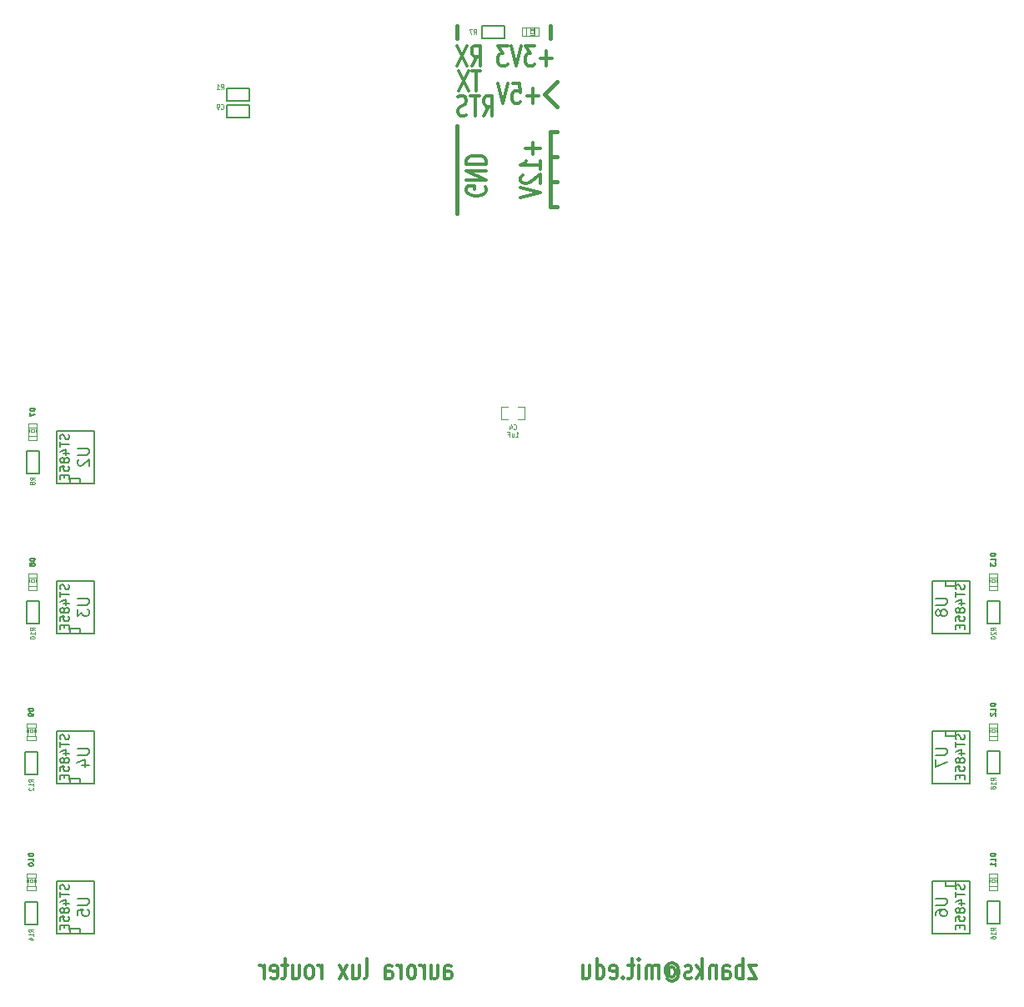
<source format=gbo>
G04 (created by PCBNEW (2013-mar-13)-testing) date Mon 20 Jan 2014 04:57:44 AM EST*
%MOIN*%
G04 Gerber Fmt 3.4, Leading zero omitted, Abs format*
%FSLAX34Y34*%
G01*
G70*
G90*
G04 APERTURE LIST*
%ADD10C,0.005906*%
%ADD11C,0.012000*%
%ADD12C,0.015000*%
%ADD13C,0.005000*%
%ADD14C,0.002600*%
%ADD15C,0.004000*%
%ADD16C,0.004700*%
%ADD17C,0.006000*%
%ADD18C,0.004500*%
G04 APERTURE END LIST*
G54D10*
G54D11*
X79749Y-48328D02*
X79435Y-48328D01*
X79749Y-48861D01*
X79435Y-48861D01*
X79207Y-48861D02*
X79207Y-48061D01*
X79207Y-48366D02*
X79149Y-48328D01*
X79035Y-48328D01*
X78978Y-48366D01*
X78949Y-48404D01*
X78921Y-48480D01*
X78921Y-48709D01*
X78949Y-48785D01*
X78978Y-48823D01*
X79035Y-48861D01*
X79149Y-48861D01*
X79207Y-48823D01*
X78407Y-48861D02*
X78407Y-48442D01*
X78435Y-48366D01*
X78492Y-48328D01*
X78607Y-48328D01*
X78664Y-48366D01*
X78407Y-48823D02*
X78464Y-48861D01*
X78607Y-48861D01*
X78664Y-48823D01*
X78692Y-48747D01*
X78692Y-48671D01*
X78664Y-48595D01*
X78607Y-48557D01*
X78464Y-48557D01*
X78407Y-48519D01*
X78121Y-48328D02*
X78121Y-48861D01*
X78121Y-48404D02*
X78092Y-48366D01*
X78035Y-48328D01*
X77949Y-48328D01*
X77892Y-48366D01*
X77864Y-48442D01*
X77864Y-48861D01*
X77578Y-48861D02*
X77578Y-48061D01*
X77521Y-48557D02*
X77349Y-48861D01*
X77349Y-48328D02*
X77578Y-48633D01*
X77121Y-48823D02*
X77064Y-48861D01*
X76950Y-48861D01*
X76892Y-48823D01*
X76864Y-48747D01*
X76864Y-48709D01*
X76892Y-48633D01*
X76950Y-48595D01*
X77035Y-48595D01*
X77092Y-48557D01*
X77121Y-48480D01*
X77121Y-48442D01*
X77092Y-48366D01*
X77035Y-48328D01*
X76950Y-48328D01*
X76892Y-48366D01*
X76235Y-48480D02*
X76264Y-48442D01*
X76321Y-48404D01*
X76378Y-48404D01*
X76435Y-48442D01*
X76464Y-48480D01*
X76492Y-48557D01*
X76492Y-48633D01*
X76464Y-48709D01*
X76435Y-48747D01*
X76378Y-48785D01*
X76321Y-48785D01*
X76264Y-48747D01*
X76235Y-48709D01*
X76235Y-48404D02*
X76235Y-48709D01*
X76207Y-48747D01*
X76178Y-48747D01*
X76121Y-48709D01*
X76092Y-48633D01*
X76092Y-48442D01*
X76150Y-48328D01*
X76235Y-48252D01*
X76350Y-48214D01*
X76464Y-48252D01*
X76550Y-48328D01*
X76607Y-48442D01*
X76635Y-48595D01*
X76607Y-48747D01*
X76550Y-48861D01*
X76464Y-48938D01*
X76350Y-48976D01*
X76235Y-48938D01*
X76150Y-48861D01*
X75835Y-48861D02*
X75835Y-48328D01*
X75835Y-48404D02*
X75807Y-48366D01*
X75750Y-48328D01*
X75664Y-48328D01*
X75607Y-48366D01*
X75578Y-48442D01*
X75578Y-48861D01*
X75578Y-48442D02*
X75550Y-48366D01*
X75492Y-48328D01*
X75407Y-48328D01*
X75350Y-48366D01*
X75321Y-48442D01*
X75321Y-48861D01*
X75035Y-48861D02*
X75035Y-48328D01*
X75035Y-48061D02*
X75064Y-48100D01*
X75035Y-48138D01*
X75007Y-48100D01*
X75035Y-48061D01*
X75035Y-48138D01*
X74835Y-48328D02*
X74607Y-48328D01*
X74750Y-48061D02*
X74750Y-48747D01*
X74721Y-48823D01*
X74664Y-48861D01*
X74607Y-48861D01*
X74407Y-48785D02*
X74378Y-48823D01*
X74407Y-48861D01*
X74435Y-48823D01*
X74407Y-48785D01*
X74407Y-48861D01*
X73892Y-48823D02*
X73950Y-48861D01*
X74064Y-48861D01*
X74121Y-48823D01*
X74150Y-48747D01*
X74150Y-48442D01*
X74121Y-48366D01*
X74064Y-48328D01*
X73950Y-48328D01*
X73892Y-48366D01*
X73864Y-48442D01*
X73864Y-48519D01*
X74150Y-48595D01*
X73350Y-48861D02*
X73350Y-48061D01*
X73350Y-48823D02*
X73407Y-48861D01*
X73521Y-48861D01*
X73578Y-48823D01*
X73607Y-48785D01*
X73635Y-48709D01*
X73635Y-48480D01*
X73607Y-48404D01*
X73578Y-48366D01*
X73521Y-48328D01*
X73407Y-48328D01*
X73350Y-48366D01*
X72807Y-48328D02*
X72807Y-48861D01*
X73064Y-48328D02*
X73064Y-48747D01*
X73035Y-48823D01*
X72978Y-48861D01*
X72892Y-48861D01*
X72835Y-48823D01*
X72807Y-48785D01*
X67278Y-48861D02*
X67278Y-48442D01*
X67307Y-48366D01*
X67364Y-48328D01*
X67478Y-48328D01*
X67535Y-48366D01*
X67278Y-48823D02*
X67335Y-48861D01*
X67478Y-48861D01*
X67535Y-48823D01*
X67564Y-48747D01*
X67564Y-48671D01*
X67535Y-48595D01*
X67478Y-48557D01*
X67335Y-48557D01*
X67278Y-48519D01*
X66735Y-48328D02*
X66735Y-48861D01*
X66992Y-48328D02*
X66992Y-48747D01*
X66964Y-48823D01*
X66907Y-48861D01*
X66821Y-48861D01*
X66764Y-48823D01*
X66735Y-48785D01*
X66450Y-48861D02*
X66450Y-48328D01*
X66450Y-48480D02*
X66421Y-48404D01*
X66392Y-48366D01*
X66335Y-48328D01*
X66278Y-48328D01*
X65992Y-48861D02*
X66050Y-48823D01*
X66078Y-48785D01*
X66107Y-48709D01*
X66107Y-48480D01*
X66078Y-48404D01*
X66050Y-48366D01*
X65992Y-48328D01*
X65907Y-48328D01*
X65850Y-48366D01*
X65821Y-48404D01*
X65792Y-48480D01*
X65792Y-48709D01*
X65821Y-48785D01*
X65850Y-48823D01*
X65907Y-48861D01*
X65992Y-48861D01*
X65535Y-48861D02*
X65535Y-48328D01*
X65535Y-48480D02*
X65507Y-48404D01*
X65478Y-48366D01*
X65421Y-48328D01*
X65364Y-48328D01*
X64907Y-48861D02*
X64907Y-48442D01*
X64935Y-48366D01*
X64992Y-48328D01*
X65107Y-48328D01*
X65164Y-48366D01*
X64907Y-48823D02*
X64964Y-48861D01*
X65107Y-48861D01*
X65164Y-48823D01*
X65192Y-48747D01*
X65192Y-48671D01*
X65164Y-48595D01*
X65107Y-48557D01*
X64964Y-48557D01*
X64907Y-48519D01*
X64078Y-48861D02*
X64135Y-48823D01*
X64164Y-48747D01*
X64164Y-48061D01*
X63592Y-48328D02*
X63592Y-48861D01*
X63850Y-48328D02*
X63850Y-48747D01*
X63821Y-48823D01*
X63764Y-48861D01*
X63678Y-48861D01*
X63621Y-48823D01*
X63592Y-48785D01*
X63364Y-48861D02*
X63050Y-48328D01*
X63364Y-48328D02*
X63050Y-48861D01*
X62364Y-48861D02*
X62364Y-48328D01*
X62364Y-48480D02*
X62335Y-48404D01*
X62307Y-48366D01*
X62250Y-48328D01*
X62192Y-48328D01*
X61907Y-48861D02*
X61964Y-48823D01*
X61992Y-48785D01*
X62021Y-48709D01*
X62021Y-48480D01*
X61992Y-48404D01*
X61964Y-48366D01*
X61907Y-48328D01*
X61821Y-48328D01*
X61764Y-48366D01*
X61735Y-48404D01*
X61707Y-48480D01*
X61707Y-48709D01*
X61735Y-48785D01*
X61764Y-48823D01*
X61821Y-48861D01*
X61907Y-48861D01*
X61192Y-48328D02*
X61192Y-48861D01*
X61450Y-48328D02*
X61450Y-48747D01*
X61421Y-48823D01*
X61364Y-48861D01*
X61278Y-48861D01*
X61221Y-48823D01*
X61192Y-48785D01*
X60992Y-48328D02*
X60764Y-48328D01*
X60907Y-48061D02*
X60907Y-48747D01*
X60878Y-48823D01*
X60821Y-48861D01*
X60764Y-48861D01*
X60335Y-48823D02*
X60392Y-48861D01*
X60507Y-48861D01*
X60564Y-48823D01*
X60592Y-48747D01*
X60592Y-48442D01*
X60564Y-48366D01*
X60507Y-48328D01*
X60392Y-48328D01*
X60335Y-48366D01*
X60307Y-48442D01*
X60307Y-48519D01*
X60592Y-48595D01*
X60050Y-48861D02*
X60050Y-48328D01*
X60050Y-48480D02*
X60021Y-48404D01*
X59992Y-48366D01*
X59935Y-48328D01*
X59878Y-48328D01*
X68900Y-17207D02*
X68938Y-17264D01*
X68938Y-17349D01*
X68900Y-17435D01*
X68823Y-17492D01*
X68747Y-17521D01*
X68595Y-17549D01*
X68480Y-17549D01*
X68328Y-17521D01*
X68252Y-17492D01*
X68176Y-17435D01*
X68138Y-17349D01*
X68138Y-17292D01*
X68176Y-17207D01*
X68214Y-17178D01*
X68480Y-17178D01*
X68480Y-17292D01*
X68138Y-16921D02*
X68938Y-16921D01*
X68138Y-16578D01*
X68938Y-16578D01*
X68138Y-16292D02*
X68938Y-16292D01*
X68938Y-16150D01*
X68900Y-16064D01*
X68823Y-16007D01*
X68747Y-15978D01*
X68595Y-15950D01*
X68480Y-15950D01*
X68328Y-15978D01*
X68252Y-16007D01*
X68176Y-16064D01*
X68138Y-16150D01*
X68138Y-16292D01*
X68828Y-14361D02*
X69028Y-13980D01*
X69171Y-14361D02*
X69171Y-13561D01*
X68942Y-13561D01*
X68885Y-13600D01*
X68857Y-13638D01*
X68828Y-13714D01*
X68828Y-13828D01*
X68857Y-13904D01*
X68885Y-13942D01*
X68942Y-13980D01*
X69171Y-13980D01*
X68657Y-13561D02*
X68314Y-13561D01*
X68485Y-14361D02*
X68485Y-13561D01*
X68142Y-14323D02*
X68057Y-14361D01*
X67914Y-14361D01*
X67857Y-14323D01*
X67828Y-14285D01*
X67800Y-14209D01*
X67800Y-14133D01*
X67828Y-14057D01*
X67857Y-14019D01*
X67914Y-13980D01*
X68028Y-13942D01*
X68085Y-13904D01*
X68114Y-13866D01*
X68142Y-13790D01*
X68142Y-13714D01*
X68114Y-13638D01*
X68085Y-13600D01*
X68028Y-13561D01*
X67885Y-13561D01*
X67800Y-13600D01*
X68707Y-12561D02*
X68364Y-12561D01*
X68535Y-13361D02*
X68535Y-12561D01*
X68221Y-12561D02*
X67821Y-13361D01*
X67821Y-12561D02*
X68221Y-13361D01*
X68350Y-12361D02*
X68550Y-11980D01*
X68692Y-12361D02*
X68692Y-11561D01*
X68464Y-11561D01*
X68407Y-11600D01*
X68378Y-11638D01*
X68350Y-11714D01*
X68350Y-11828D01*
X68378Y-11904D01*
X68407Y-11942D01*
X68464Y-11980D01*
X68692Y-11980D01*
X68150Y-11561D02*
X67750Y-12361D01*
X67750Y-11561D02*
X68150Y-12361D01*
X71557Y-12057D02*
X71100Y-12057D01*
X71328Y-12361D02*
X71328Y-11752D01*
X70871Y-11561D02*
X70500Y-11561D01*
X70700Y-11866D01*
X70614Y-11866D01*
X70557Y-11904D01*
X70528Y-11942D01*
X70500Y-12019D01*
X70500Y-12209D01*
X70528Y-12285D01*
X70557Y-12323D01*
X70614Y-12361D01*
X70785Y-12361D01*
X70842Y-12323D01*
X70871Y-12285D01*
X70328Y-11561D02*
X70128Y-12361D01*
X69928Y-11561D01*
X69785Y-11561D02*
X69414Y-11561D01*
X69614Y-11866D01*
X69528Y-11866D01*
X69471Y-11904D01*
X69442Y-11942D01*
X69414Y-12019D01*
X69414Y-12209D01*
X69442Y-12285D01*
X69471Y-12323D01*
X69528Y-12361D01*
X69699Y-12361D01*
X69757Y-12323D01*
X69785Y-12285D01*
X71021Y-13557D02*
X70564Y-13557D01*
X70792Y-13861D02*
X70792Y-13252D01*
X69992Y-13061D02*
X70278Y-13061D01*
X70307Y-13442D01*
X70278Y-13404D01*
X70221Y-13366D01*
X70078Y-13366D01*
X70021Y-13404D01*
X69992Y-13442D01*
X69964Y-13519D01*
X69964Y-13709D01*
X69992Y-13785D01*
X70021Y-13823D01*
X70078Y-13861D01*
X70221Y-13861D01*
X70278Y-13823D01*
X70307Y-13785D01*
X69792Y-13061D02*
X69592Y-13861D01*
X69392Y-13061D01*
G54D12*
X71250Y-13500D02*
X71750Y-14000D01*
X71750Y-13000D02*
X71250Y-13500D01*
G54D11*
X70807Y-15442D02*
X70807Y-15900D01*
X71111Y-15671D02*
X70502Y-15671D01*
X71111Y-16500D02*
X71111Y-16157D01*
X71111Y-16328D02*
X70311Y-16328D01*
X70426Y-16271D01*
X70502Y-16214D01*
X70540Y-16157D01*
X70388Y-16728D02*
X70350Y-16757D01*
X70311Y-16814D01*
X70311Y-16957D01*
X70350Y-17014D01*
X70388Y-17042D01*
X70464Y-17071D01*
X70540Y-17071D01*
X70654Y-17042D01*
X71111Y-16700D01*
X71111Y-17071D01*
X70311Y-17242D02*
X71111Y-17442D01*
X70311Y-17642D01*
G54D12*
X71500Y-16000D02*
X71500Y-15000D01*
X71500Y-17000D02*
X71500Y-16000D01*
X71500Y-18000D02*
X71500Y-17000D01*
X71500Y-18000D02*
X71750Y-18000D01*
X71500Y-17000D02*
X71750Y-17000D01*
X71500Y-16000D02*
X71750Y-16000D01*
X71750Y-15000D02*
X71500Y-15000D01*
X67750Y-10750D02*
X67750Y-11250D01*
X71500Y-10750D02*
X71500Y-11250D01*
X67750Y-14750D02*
X67750Y-18250D01*
G54D13*
X88200Y-32950D02*
X88250Y-32950D01*
X88250Y-32950D02*
X88250Y-35050D01*
X86750Y-35050D02*
X86750Y-32950D01*
X86750Y-32950D02*
X88200Y-32950D01*
X87300Y-32950D02*
X87300Y-33150D01*
X87300Y-33150D02*
X87700Y-33150D01*
X87700Y-33150D02*
X87700Y-32950D01*
X86750Y-35050D02*
X88250Y-35050D01*
X88200Y-38950D02*
X88250Y-38950D01*
X88250Y-38950D02*
X88250Y-41050D01*
X86750Y-41050D02*
X86750Y-38950D01*
X86750Y-38950D02*
X88200Y-38950D01*
X87300Y-38950D02*
X87300Y-39150D01*
X87300Y-39150D02*
X87700Y-39150D01*
X87700Y-39150D02*
X87700Y-38950D01*
X86750Y-41050D02*
X88250Y-41050D01*
X88200Y-44950D02*
X88250Y-44950D01*
X88250Y-44950D02*
X88250Y-47050D01*
X86750Y-47050D02*
X86750Y-44950D01*
X86750Y-44950D02*
X88200Y-44950D01*
X87300Y-44950D02*
X87300Y-45150D01*
X87300Y-45150D02*
X87700Y-45150D01*
X87700Y-45150D02*
X87700Y-44950D01*
X86750Y-47050D02*
X88250Y-47050D01*
X51800Y-47050D02*
X51750Y-47050D01*
X51750Y-47050D02*
X51750Y-44950D01*
X53250Y-44950D02*
X53250Y-47050D01*
X53250Y-47050D02*
X51800Y-47050D01*
X52700Y-47050D02*
X52700Y-46850D01*
X52700Y-46850D02*
X52300Y-46850D01*
X52300Y-46850D02*
X52300Y-47050D01*
X53250Y-44950D02*
X51750Y-44950D01*
X51800Y-41050D02*
X51750Y-41050D01*
X51750Y-41050D02*
X51750Y-38950D01*
X53250Y-38950D02*
X53250Y-41050D01*
X53250Y-41050D02*
X51800Y-41050D01*
X52700Y-41050D02*
X52700Y-40850D01*
X52700Y-40850D02*
X52300Y-40850D01*
X52300Y-40850D02*
X52300Y-41050D01*
X53250Y-38950D02*
X51750Y-38950D01*
X51800Y-35050D02*
X51750Y-35050D01*
X51750Y-35050D02*
X51750Y-32950D01*
X53250Y-32950D02*
X53250Y-35050D01*
X53250Y-35050D02*
X51800Y-35050D01*
X52700Y-35050D02*
X52700Y-34850D01*
X52700Y-34850D02*
X52300Y-34850D01*
X52300Y-34850D02*
X52300Y-35050D01*
X53250Y-32950D02*
X51750Y-32950D01*
X51800Y-29050D02*
X51750Y-29050D01*
X51750Y-29050D02*
X51750Y-26950D01*
X53250Y-26950D02*
X53250Y-29050D01*
X53250Y-29050D02*
X51800Y-29050D01*
X52700Y-29050D02*
X52700Y-28850D01*
X52700Y-28850D02*
X52300Y-28850D01*
X52300Y-28850D02*
X52300Y-29050D01*
X53250Y-26950D02*
X51750Y-26950D01*
X58550Y-14430D02*
X59450Y-14430D01*
X59450Y-14430D02*
X59450Y-13930D01*
X59450Y-13930D02*
X58550Y-13930D01*
X58550Y-13930D02*
X58550Y-14430D01*
X58550Y-13750D02*
X59450Y-13750D01*
X59450Y-13750D02*
X59450Y-13250D01*
X59450Y-13250D02*
X58550Y-13250D01*
X58550Y-13250D02*
X58550Y-13750D01*
X89450Y-34650D02*
X89450Y-33750D01*
X89450Y-33750D02*
X88950Y-33750D01*
X88950Y-33750D02*
X88950Y-34650D01*
X88950Y-34650D02*
X89450Y-34650D01*
X51050Y-28650D02*
X51050Y-27750D01*
X51050Y-27750D02*
X50550Y-27750D01*
X50550Y-27750D02*
X50550Y-28650D01*
X50550Y-28650D02*
X51050Y-28650D01*
X51050Y-34650D02*
X51050Y-33750D01*
X51050Y-33750D02*
X50550Y-33750D01*
X50550Y-33750D02*
X50550Y-34650D01*
X50550Y-34650D02*
X51050Y-34650D01*
X51000Y-40700D02*
X51000Y-39800D01*
X51000Y-39800D02*
X50500Y-39800D01*
X50500Y-39800D02*
X50500Y-40700D01*
X50500Y-40700D02*
X51000Y-40700D01*
X51000Y-46700D02*
X51000Y-45800D01*
X51000Y-45800D02*
X50500Y-45800D01*
X50500Y-45800D02*
X50500Y-46700D01*
X50500Y-46700D02*
X51000Y-46700D01*
X89450Y-46650D02*
X89450Y-45750D01*
X89450Y-45750D02*
X88950Y-45750D01*
X88950Y-45750D02*
X88950Y-46650D01*
X88950Y-46650D02*
X89450Y-46650D01*
X89450Y-40650D02*
X89450Y-39750D01*
X89450Y-39750D02*
X88950Y-39750D01*
X88950Y-39750D02*
X88950Y-40650D01*
X88950Y-40650D02*
X89450Y-40650D01*
G54D14*
X89377Y-44823D02*
X89023Y-44823D01*
X89023Y-44823D02*
X89023Y-44666D01*
X89377Y-44666D02*
X89023Y-44666D01*
X89377Y-44823D02*
X89377Y-44666D01*
X89377Y-45334D02*
X89023Y-45334D01*
X89023Y-45334D02*
X89023Y-45177D01*
X89377Y-45177D02*
X89023Y-45177D01*
X89377Y-45334D02*
X89377Y-45177D01*
X89377Y-45000D02*
X89318Y-45000D01*
X89318Y-45000D02*
X89318Y-44882D01*
X89377Y-44882D02*
X89318Y-44882D01*
X89377Y-45000D02*
X89377Y-44882D01*
X89082Y-45000D02*
X89023Y-45000D01*
X89023Y-45000D02*
X89023Y-44882D01*
X89082Y-44882D02*
X89023Y-44882D01*
X89082Y-45000D02*
X89082Y-44882D01*
X89259Y-45000D02*
X89141Y-45000D01*
X89141Y-45000D02*
X89141Y-44882D01*
X89259Y-44882D02*
X89141Y-44882D01*
X89259Y-45000D02*
X89259Y-44882D01*
G54D15*
X89357Y-44823D02*
X89357Y-45177D01*
X89043Y-44823D02*
X89043Y-45177D01*
G54D14*
X50977Y-26823D02*
X50623Y-26823D01*
X50623Y-26823D02*
X50623Y-26666D01*
X50977Y-26666D02*
X50623Y-26666D01*
X50977Y-26823D02*
X50977Y-26666D01*
X50977Y-27334D02*
X50623Y-27334D01*
X50623Y-27334D02*
X50623Y-27177D01*
X50977Y-27177D02*
X50623Y-27177D01*
X50977Y-27334D02*
X50977Y-27177D01*
X50977Y-27000D02*
X50918Y-27000D01*
X50918Y-27000D02*
X50918Y-26882D01*
X50977Y-26882D02*
X50918Y-26882D01*
X50977Y-27000D02*
X50977Y-26882D01*
X50682Y-27000D02*
X50623Y-27000D01*
X50623Y-27000D02*
X50623Y-26882D01*
X50682Y-26882D02*
X50623Y-26882D01*
X50682Y-27000D02*
X50682Y-26882D01*
X50859Y-27000D02*
X50741Y-27000D01*
X50741Y-27000D02*
X50741Y-26882D01*
X50859Y-26882D02*
X50741Y-26882D01*
X50859Y-27000D02*
X50859Y-26882D01*
G54D15*
X50957Y-26823D02*
X50957Y-27177D01*
X50643Y-26823D02*
X50643Y-27177D01*
G54D14*
X50977Y-32823D02*
X50623Y-32823D01*
X50623Y-32823D02*
X50623Y-32666D01*
X50977Y-32666D02*
X50623Y-32666D01*
X50977Y-32823D02*
X50977Y-32666D01*
X50977Y-33334D02*
X50623Y-33334D01*
X50623Y-33334D02*
X50623Y-33177D01*
X50977Y-33177D02*
X50623Y-33177D01*
X50977Y-33334D02*
X50977Y-33177D01*
X50977Y-33000D02*
X50918Y-33000D01*
X50918Y-33000D02*
X50918Y-32882D01*
X50977Y-32882D02*
X50918Y-32882D01*
X50977Y-33000D02*
X50977Y-32882D01*
X50682Y-33000D02*
X50623Y-33000D01*
X50623Y-33000D02*
X50623Y-32882D01*
X50682Y-32882D02*
X50623Y-32882D01*
X50682Y-33000D02*
X50682Y-32882D01*
X50859Y-33000D02*
X50741Y-33000D01*
X50741Y-33000D02*
X50741Y-32882D01*
X50859Y-32882D02*
X50741Y-32882D01*
X50859Y-33000D02*
X50859Y-32882D01*
G54D15*
X50957Y-32823D02*
X50957Y-33177D01*
X50643Y-32823D02*
X50643Y-33177D01*
G54D14*
X50927Y-38823D02*
X50573Y-38823D01*
X50573Y-38823D02*
X50573Y-38666D01*
X50927Y-38666D02*
X50573Y-38666D01*
X50927Y-38823D02*
X50927Y-38666D01*
X50927Y-39334D02*
X50573Y-39334D01*
X50573Y-39334D02*
X50573Y-39177D01*
X50927Y-39177D02*
X50573Y-39177D01*
X50927Y-39334D02*
X50927Y-39177D01*
X50927Y-39000D02*
X50868Y-39000D01*
X50868Y-39000D02*
X50868Y-38882D01*
X50927Y-38882D02*
X50868Y-38882D01*
X50927Y-39000D02*
X50927Y-38882D01*
X50632Y-39000D02*
X50573Y-39000D01*
X50573Y-39000D02*
X50573Y-38882D01*
X50632Y-38882D02*
X50573Y-38882D01*
X50632Y-39000D02*
X50632Y-38882D01*
X50809Y-39000D02*
X50691Y-39000D01*
X50691Y-39000D02*
X50691Y-38882D01*
X50809Y-38882D02*
X50691Y-38882D01*
X50809Y-39000D02*
X50809Y-38882D01*
G54D15*
X50907Y-38823D02*
X50907Y-39177D01*
X50593Y-38823D02*
X50593Y-39177D01*
G54D14*
X50927Y-44823D02*
X50573Y-44823D01*
X50573Y-44823D02*
X50573Y-44666D01*
X50927Y-44666D02*
X50573Y-44666D01*
X50927Y-44823D02*
X50927Y-44666D01*
X50927Y-45334D02*
X50573Y-45334D01*
X50573Y-45334D02*
X50573Y-45177D01*
X50927Y-45177D02*
X50573Y-45177D01*
X50927Y-45334D02*
X50927Y-45177D01*
X50927Y-45000D02*
X50868Y-45000D01*
X50868Y-45000D02*
X50868Y-44882D01*
X50927Y-44882D02*
X50868Y-44882D01*
X50927Y-45000D02*
X50927Y-44882D01*
X50632Y-45000D02*
X50573Y-45000D01*
X50573Y-45000D02*
X50573Y-44882D01*
X50632Y-44882D02*
X50573Y-44882D01*
X50632Y-45000D02*
X50632Y-44882D01*
X50809Y-45000D02*
X50691Y-45000D01*
X50691Y-45000D02*
X50691Y-44882D01*
X50809Y-44882D02*
X50691Y-44882D01*
X50809Y-45000D02*
X50809Y-44882D01*
G54D15*
X50907Y-44823D02*
X50907Y-45177D01*
X50593Y-44823D02*
X50593Y-45177D01*
G54D14*
X89377Y-38823D02*
X89023Y-38823D01*
X89023Y-38823D02*
X89023Y-38666D01*
X89377Y-38666D02*
X89023Y-38666D01*
X89377Y-38823D02*
X89377Y-38666D01*
X89377Y-39334D02*
X89023Y-39334D01*
X89023Y-39334D02*
X89023Y-39177D01*
X89377Y-39177D02*
X89023Y-39177D01*
X89377Y-39334D02*
X89377Y-39177D01*
X89377Y-39000D02*
X89318Y-39000D01*
X89318Y-39000D02*
X89318Y-38882D01*
X89377Y-38882D02*
X89318Y-38882D01*
X89377Y-39000D02*
X89377Y-38882D01*
X89082Y-39000D02*
X89023Y-39000D01*
X89023Y-39000D02*
X89023Y-38882D01*
X89082Y-38882D02*
X89023Y-38882D01*
X89082Y-39000D02*
X89082Y-38882D01*
X89259Y-39000D02*
X89141Y-39000D01*
X89141Y-39000D02*
X89141Y-38882D01*
X89259Y-38882D02*
X89141Y-38882D01*
X89259Y-39000D02*
X89259Y-38882D01*
G54D15*
X89357Y-38823D02*
X89357Y-39177D01*
X89043Y-38823D02*
X89043Y-39177D01*
G54D14*
X89377Y-32823D02*
X89023Y-32823D01*
X89023Y-32823D02*
X89023Y-32666D01*
X89377Y-32666D02*
X89023Y-32666D01*
X89377Y-32823D02*
X89377Y-32666D01*
X89377Y-33334D02*
X89023Y-33334D01*
X89023Y-33334D02*
X89023Y-33177D01*
X89377Y-33177D02*
X89023Y-33177D01*
X89377Y-33334D02*
X89377Y-33177D01*
X89377Y-33000D02*
X89318Y-33000D01*
X89318Y-33000D02*
X89318Y-32882D01*
X89377Y-32882D02*
X89318Y-32882D01*
X89377Y-33000D02*
X89377Y-32882D01*
X89082Y-33000D02*
X89023Y-33000D01*
X89023Y-33000D02*
X89023Y-32882D01*
X89082Y-32882D02*
X89023Y-32882D01*
X89082Y-33000D02*
X89082Y-32882D01*
X89259Y-33000D02*
X89141Y-33000D01*
X89141Y-33000D02*
X89141Y-32882D01*
X89259Y-32882D02*
X89141Y-32882D01*
X89259Y-33000D02*
X89259Y-32882D01*
G54D15*
X89357Y-32823D02*
X89357Y-33177D01*
X89043Y-32823D02*
X89043Y-33177D01*
G54D14*
X70877Y-11177D02*
X70877Y-10823D01*
X70877Y-10823D02*
X71034Y-10823D01*
X71034Y-11177D02*
X71034Y-10823D01*
X70877Y-11177D02*
X71034Y-11177D01*
X70366Y-11177D02*
X70366Y-10823D01*
X70366Y-10823D02*
X70523Y-10823D01*
X70523Y-11177D02*
X70523Y-10823D01*
X70366Y-11177D02*
X70523Y-11177D01*
X70700Y-11177D02*
X70700Y-11118D01*
X70700Y-11118D02*
X70818Y-11118D01*
X70818Y-11177D02*
X70818Y-11118D01*
X70700Y-11177D02*
X70818Y-11177D01*
X70700Y-10882D02*
X70700Y-10823D01*
X70700Y-10823D02*
X70818Y-10823D01*
X70818Y-10882D02*
X70818Y-10823D01*
X70700Y-10882D02*
X70818Y-10882D01*
X70700Y-11059D02*
X70700Y-10941D01*
X70700Y-10941D02*
X70818Y-10941D01*
X70818Y-11059D02*
X70818Y-10941D01*
X70700Y-11059D02*
X70818Y-11059D01*
G54D15*
X70877Y-11157D02*
X70523Y-11157D01*
X70877Y-10843D02*
X70523Y-10843D01*
G54D13*
X68750Y-11250D02*
X69650Y-11250D01*
X69650Y-11250D02*
X69650Y-10750D01*
X69650Y-10750D02*
X68750Y-10750D01*
X68750Y-10750D02*
X68750Y-11250D01*
G54D16*
X69803Y-26506D02*
X69528Y-26506D01*
X70197Y-26506D02*
X70472Y-26506D01*
X69803Y-25994D02*
X69528Y-25994D01*
X70472Y-25994D02*
X70197Y-25994D01*
X69528Y-26000D02*
X69528Y-26500D01*
X70472Y-26500D02*
X70472Y-26000D01*
G54D17*
X86903Y-33657D02*
X87267Y-33657D01*
X87310Y-33678D01*
X87332Y-33700D01*
X87353Y-33742D01*
X87353Y-33828D01*
X87332Y-33871D01*
X87310Y-33892D01*
X87267Y-33914D01*
X86903Y-33914D01*
X87096Y-34192D02*
X87075Y-34150D01*
X87053Y-34128D01*
X87010Y-34107D01*
X86989Y-34107D01*
X86946Y-34128D01*
X86925Y-34150D01*
X86903Y-34192D01*
X86903Y-34278D01*
X86925Y-34321D01*
X86946Y-34342D01*
X86989Y-34364D01*
X87010Y-34364D01*
X87053Y-34342D01*
X87075Y-34321D01*
X87096Y-34278D01*
X87096Y-34192D01*
X87117Y-34150D01*
X87139Y-34128D01*
X87182Y-34107D01*
X87267Y-34107D01*
X87310Y-34128D01*
X87332Y-34150D01*
X87353Y-34192D01*
X87353Y-34278D01*
X87332Y-34321D01*
X87310Y-34342D01*
X87267Y-34364D01*
X87182Y-34364D01*
X87139Y-34342D01*
X87117Y-34321D01*
X87096Y-34278D01*
X88041Y-33108D02*
X88058Y-33158D01*
X88058Y-33241D01*
X88041Y-33275D01*
X88025Y-33291D01*
X87991Y-33308D01*
X87958Y-33308D01*
X87925Y-33291D01*
X87908Y-33275D01*
X87891Y-33241D01*
X87875Y-33175D01*
X87858Y-33141D01*
X87841Y-33125D01*
X87808Y-33108D01*
X87775Y-33108D01*
X87741Y-33125D01*
X87725Y-33141D01*
X87708Y-33175D01*
X87708Y-33258D01*
X87725Y-33308D01*
X87708Y-33408D02*
X87708Y-33608D01*
X88058Y-33508D02*
X87708Y-33508D01*
X87825Y-33875D02*
X88058Y-33875D01*
X87691Y-33791D02*
X87941Y-33708D01*
X87941Y-33925D01*
X87858Y-34108D02*
X87841Y-34075D01*
X87825Y-34058D01*
X87791Y-34041D01*
X87775Y-34041D01*
X87741Y-34058D01*
X87725Y-34075D01*
X87708Y-34108D01*
X87708Y-34175D01*
X87725Y-34208D01*
X87741Y-34225D01*
X87775Y-34241D01*
X87791Y-34241D01*
X87825Y-34225D01*
X87841Y-34208D01*
X87858Y-34175D01*
X87858Y-34108D01*
X87875Y-34075D01*
X87891Y-34058D01*
X87925Y-34041D01*
X87991Y-34041D01*
X88025Y-34058D01*
X88041Y-34075D01*
X88058Y-34108D01*
X88058Y-34175D01*
X88041Y-34208D01*
X88025Y-34225D01*
X87991Y-34241D01*
X87925Y-34241D01*
X87891Y-34225D01*
X87875Y-34208D01*
X87858Y-34175D01*
X87708Y-34558D02*
X87708Y-34391D01*
X87875Y-34375D01*
X87858Y-34391D01*
X87841Y-34425D01*
X87841Y-34508D01*
X87858Y-34541D01*
X87875Y-34558D01*
X87908Y-34575D01*
X87991Y-34575D01*
X88025Y-34558D01*
X88041Y-34541D01*
X88058Y-34508D01*
X88058Y-34425D01*
X88041Y-34391D01*
X88025Y-34375D01*
X87875Y-34725D02*
X87875Y-34841D01*
X88058Y-34891D02*
X88058Y-34725D01*
X87708Y-34725D01*
X87708Y-34891D01*
X86903Y-39657D02*
X87267Y-39657D01*
X87310Y-39678D01*
X87332Y-39700D01*
X87353Y-39742D01*
X87353Y-39828D01*
X87332Y-39871D01*
X87310Y-39892D01*
X87267Y-39914D01*
X86903Y-39914D01*
X86903Y-40085D02*
X86903Y-40385D01*
X87353Y-40192D01*
X88041Y-39108D02*
X88058Y-39158D01*
X88058Y-39241D01*
X88041Y-39275D01*
X88025Y-39291D01*
X87991Y-39308D01*
X87958Y-39308D01*
X87925Y-39291D01*
X87908Y-39275D01*
X87891Y-39241D01*
X87875Y-39175D01*
X87858Y-39141D01*
X87841Y-39125D01*
X87808Y-39108D01*
X87775Y-39108D01*
X87741Y-39125D01*
X87725Y-39141D01*
X87708Y-39175D01*
X87708Y-39258D01*
X87725Y-39308D01*
X87708Y-39408D02*
X87708Y-39608D01*
X88058Y-39508D02*
X87708Y-39508D01*
X87825Y-39875D02*
X88058Y-39875D01*
X87691Y-39791D02*
X87941Y-39708D01*
X87941Y-39925D01*
X87858Y-40108D02*
X87841Y-40075D01*
X87825Y-40058D01*
X87791Y-40041D01*
X87775Y-40041D01*
X87741Y-40058D01*
X87725Y-40075D01*
X87708Y-40108D01*
X87708Y-40175D01*
X87725Y-40208D01*
X87741Y-40225D01*
X87775Y-40241D01*
X87791Y-40241D01*
X87825Y-40225D01*
X87841Y-40208D01*
X87858Y-40175D01*
X87858Y-40108D01*
X87875Y-40075D01*
X87891Y-40058D01*
X87925Y-40041D01*
X87991Y-40041D01*
X88025Y-40058D01*
X88041Y-40075D01*
X88058Y-40108D01*
X88058Y-40175D01*
X88041Y-40208D01*
X88025Y-40225D01*
X87991Y-40241D01*
X87925Y-40241D01*
X87891Y-40225D01*
X87875Y-40208D01*
X87858Y-40175D01*
X87708Y-40558D02*
X87708Y-40391D01*
X87875Y-40375D01*
X87858Y-40391D01*
X87841Y-40425D01*
X87841Y-40508D01*
X87858Y-40541D01*
X87875Y-40558D01*
X87908Y-40575D01*
X87991Y-40575D01*
X88025Y-40558D01*
X88041Y-40541D01*
X88058Y-40508D01*
X88058Y-40425D01*
X88041Y-40391D01*
X88025Y-40375D01*
X87875Y-40725D02*
X87875Y-40841D01*
X88058Y-40891D02*
X88058Y-40725D01*
X87708Y-40725D01*
X87708Y-40891D01*
X86903Y-45657D02*
X87267Y-45657D01*
X87310Y-45678D01*
X87332Y-45700D01*
X87353Y-45742D01*
X87353Y-45828D01*
X87332Y-45871D01*
X87310Y-45892D01*
X87267Y-45914D01*
X86903Y-45914D01*
X86903Y-46321D02*
X86903Y-46235D01*
X86925Y-46192D01*
X86946Y-46171D01*
X87010Y-46128D01*
X87096Y-46107D01*
X87267Y-46107D01*
X87310Y-46128D01*
X87332Y-46150D01*
X87353Y-46192D01*
X87353Y-46278D01*
X87332Y-46321D01*
X87310Y-46342D01*
X87267Y-46364D01*
X87160Y-46364D01*
X87117Y-46342D01*
X87096Y-46321D01*
X87075Y-46278D01*
X87075Y-46192D01*
X87096Y-46150D01*
X87117Y-46128D01*
X87160Y-46107D01*
X88041Y-45108D02*
X88058Y-45158D01*
X88058Y-45241D01*
X88041Y-45275D01*
X88025Y-45291D01*
X87991Y-45308D01*
X87958Y-45308D01*
X87925Y-45291D01*
X87908Y-45275D01*
X87891Y-45241D01*
X87875Y-45175D01*
X87858Y-45141D01*
X87841Y-45125D01*
X87808Y-45108D01*
X87775Y-45108D01*
X87741Y-45125D01*
X87725Y-45141D01*
X87708Y-45175D01*
X87708Y-45258D01*
X87725Y-45308D01*
X87708Y-45408D02*
X87708Y-45608D01*
X88058Y-45508D02*
X87708Y-45508D01*
X87825Y-45875D02*
X88058Y-45875D01*
X87691Y-45791D02*
X87941Y-45708D01*
X87941Y-45925D01*
X87858Y-46108D02*
X87841Y-46075D01*
X87825Y-46058D01*
X87791Y-46041D01*
X87775Y-46041D01*
X87741Y-46058D01*
X87725Y-46075D01*
X87708Y-46108D01*
X87708Y-46175D01*
X87725Y-46208D01*
X87741Y-46225D01*
X87775Y-46241D01*
X87791Y-46241D01*
X87825Y-46225D01*
X87841Y-46208D01*
X87858Y-46175D01*
X87858Y-46108D01*
X87875Y-46075D01*
X87891Y-46058D01*
X87925Y-46041D01*
X87991Y-46041D01*
X88025Y-46058D01*
X88041Y-46075D01*
X88058Y-46108D01*
X88058Y-46175D01*
X88041Y-46208D01*
X88025Y-46225D01*
X87991Y-46241D01*
X87925Y-46241D01*
X87891Y-46225D01*
X87875Y-46208D01*
X87858Y-46175D01*
X87708Y-46558D02*
X87708Y-46391D01*
X87875Y-46375D01*
X87858Y-46391D01*
X87841Y-46425D01*
X87841Y-46508D01*
X87858Y-46541D01*
X87875Y-46558D01*
X87908Y-46575D01*
X87991Y-46575D01*
X88025Y-46558D01*
X88041Y-46541D01*
X88058Y-46508D01*
X88058Y-46425D01*
X88041Y-46391D01*
X88025Y-46375D01*
X87875Y-46725D02*
X87875Y-46841D01*
X88058Y-46891D02*
X88058Y-46725D01*
X87708Y-46725D01*
X87708Y-46891D01*
X52603Y-45657D02*
X52967Y-45657D01*
X53010Y-45678D01*
X53032Y-45700D01*
X53053Y-45742D01*
X53053Y-45828D01*
X53032Y-45871D01*
X53010Y-45892D01*
X52967Y-45914D01*
X52603Y-45914D01*
X52603Y-46342D02*
X52603Y-46128D01*
X52817Y-46107D01*
X52796Y-46128D01*
X52775Y-46171D01*
X52775Y-46278D01*
X52796Y-46321D01*
X52817Y-46342D01*
X52860Y-46364D01*
X52967Y-46364D01*
X53010Y-46342D01*
X53032Y-46321D01*
X53053Y-46278D01*
X53053Y-46171D01*
X53032Y-46128D01*
X53010Y-46107D01*
X52241Y-45108D02*
X52258Y-45158D01*
X52258Y-45241D01*
X52241Y-45275D01*
X52225Y-45291D01*
X52191Y-45308D01*
X52158Y-45308D01*
X52125Y-45291D01*
X52108Y-45275D01*
X52091Y-45241D01*
X52075Y-45175D01*
X52058Y-45141D01*
X52041Y-45125D01*
X52008Y-45108D01*
X51975Y-45108D01*
X51941Y-45125D01*
X51925Y-45141D01*
X51908Y-45175D01*
X51908Y-45258D01*
X51925Y-45308D01*
X51908Y-45408D02*
X51908Y-45608D01*
X52258Y-45508D02*
X51908Y-45508D01*
X52025Y-45875D02*
X52258Y-45875D01*
X51891Y-45791D02*
X52141Y-45708D01*
X52141Y-45925D01*
X52058Y-46108D02*
X52041Y-46075D01*
X52025Y-46058D01*
X51991Y-46041D01*
X51975Y-46041D01*
X51941Y-46058D01*
X51925Y-46075D01*
X51908Y-46108D01*
X51908Y-46175D01*
X51925Y-46208D01*
X51941Y-46225D01*
X51975Y-46241D01*
X51991Y-46241D01*
X52025Y-46225D01*
X52041Y-46208D01*
X52058Y-46175D01*
X52058Y-46108D01*
X52075Y-46075D01*
X52091Y-46058D01*
X52125Y-46041D01*
X52191Y-46041D01*
X52225Y-46058D01*
X52241Y-46075D01*
X52258Y-46108D01*
X52258Y-46175D01*
X52241Y-46208D01*
X52225Y-46225D01*
X52191Y-46241D01*
X52125Y-46241D01*
X52091Y-46225D01*
X52075Y-46208D01*
X52058Y-46175D01*
X51908Y-46558D02*
X51908Y-46391D01*
X52075Y-46375D01*
X52058Y-46391D01*
X52041Y-46425D01*
X52041Y-46508D01*
X52058Y-46541D01*
X52075Y-46558D01*
X52108Y-46575D01*
X52191Y-46575D01*
X52225Y-46558D01*
X52241Y-46541D01*
X52258Y-46508D01*
X52258Y-46425D01*
X52241Y-46391D01*
X52225Y-46375D01*
X52075Y-46725D02*
X52075Y-46841D01*
X52258Y-46891D02*
X52258Y-46725D01*
X51908Y-46725D01*
X51908Y-46891D01*
X52603Y-39657D02*
X52967Y-39657D01*
X53010Y-39678D01*
X53032Y-39700D01*
X53053Y-39742D01*
X53053Y-39828D01*
X53032Y-39871D01*
X53010Y-39892D01*
X52967Y-39914D01*
X52603Y-39914D01*
X52753Y-40321D02*
X53053Y-40321D01*
X52582Y-40214D02*
X52903Y-40107D01*
X52903Y-40385D01*
X52241Y-39108D02*
X52258Y-39158D01*
X52258Y-39241D01*
X52241Y-39275D01*
X52225Y-39291D01*
X52191Y-39308D01*
X52158Y-39308D01*
X52125Y-39291D01*
X52108Y-39275D01*
X52091Y-39241D01*
X52075Y-39175D01*
X52058Y-39141D01*
X52041Y-39125D01*
X52008Y-39108D01*
X51975Y-39108D01*
X51941Y-39125D01*
X51925Y-39141D01*
X51908Y-39175D01*
X51908Y-39258D01*
X51925Y-39308D01*
X51908Y-39408D02*
X51908Y-39608D01*
X52258Y-39508D02*
X51908Y-39508D01*
X52025Y-39875D02*
X52258Y-39875D01*
X51891Y-39791D02*
X52141Y-39708D01*
X52141Y-39925D01*
X52058Y-40108D02*
X52041Y-40075D01*
X52025Y-40058D01*
X51991Y-40041D01*
X51975Y-40041D01*
X51941Y-40058D01*
X51925Y-40075D01*
X51908Y-40108D01*
X51908Y-40175D01*
X51925Y-40208D01*
X51941Y-40225D01*
X51975Y-40241D01*
X51991Y-40241D01*
X52025Y-40225D01*
X52041Y-40208D01*
X52058Y-40175D01*
X52058Y-40108D01*
X52075Y-40075D01*
X52091Y-40058D01*
X52125Y-40041D01*
X52191Y-40041D01*
X52225Y-40058D01*
X52241Y-40075D01*
X52258Y-40108D01*
X52258Y-40175D01*
X52241Y-40208D01*
X52225Y-40225D01*
X52191Y-40241D01*
X52125Y-40241D01*
X52091Y-40225D01*
X52075Y-40208D01*
X52058Y-40175D01*
X51908Y-40558D02*
X51908Y-40391D01*
X52075Y-40375D01*
X52058Y-40391D01*
X52041Y-40425D01*
X52041Y-40508D01*
X52058Y-40541D01*
X52075Y-40558D01*
X52108Y-40575D01*
X52191Y-40575D01*
X52225Y-40558D01*
X52241Y-40541D01*
X52258Y-40508D01*
X52258Y-40425D01*
X52241Y-40391D01*
X52225Y-40375D01*
X52075Y-40725D02*
X52075Y-40841D01*
X52258Y-40891D02*
X52258Y-40725D01*
X51908Y-40725D01*
X51908Y-40891D01*
X52603Y-33657D02*
X52967Y-33657D01*
X53010Y-33678D01*
X53032Y-33700D01*
X53053Y-33742D01*
X53053Y-33828D01*
X53032Y-33871D01*
X53010Y-33892D01*
X52967Y-33914D01*
X52603Y-33914D01*
X52603Y-34085D02*
X52603Y-34364D01*
X52775Y-34214D01*
X52775Y-34278D01*
X52796Y-34321D01*
X52817Y-34342D01*
X52860Y-34364D01*
X52967Y-34364D01*
X53010Y-34342D01*
X53032Y-34321D01*
X53053Y-34278D01*
X53053Y-34150D01*
X53032Y-34107D01*
X53010Y-34085D01*
X52241Y-33108D02*
X52258Y-33158D01*
X52258Y-33241D01*
X52241Y-33275D01*
X52225Y-33291D01*
X52191Y-33308D01*
X52158Y-33308D01*
X52125Y-33291D01*
X52108Y-33275D01*
X52091Y-33241D01*
X52075Y-33175D01*
X52058Y-33141D01*
X52041Y-33125D01*
X52008Y-33108D01*
X51975Y-33108D01*
X51941Y-33125D01*
X51925Y-33141D01*
X51908Y-33175D01*
X51908Y-33258D01*
X51925Y-33308D01*
X51908Y-33408D02*
X51908Y-33608D01*
X52258Y-33508D02*
X51908Y-33508D01*
X52025Y-33875D02*
X52258Y-33875D01*
X51891Y-33791D02*
X52141Y-33708D01*
X52141Y-33925D01*
X52058Y-34108D02*
X52041Y-34075D01*
X52025Y-34058D01*
X51991Y-34041D01*
X51975Y-34041D01*
X51941Y-34058D01*
X51925Y-34075D01*
X51908Y-34108D01*
X51908Y-34175D01*
X51925Y-34208D01*
X51941Y-34225D01*
X51975Y-34241D01*
X51991Y-34241D01*
X52025Y-34225D01*
X52041Y-34208D01*
X52058Y-34175D01*
X52058Y-34108D01*
X52075Y-34075D01*
X52091Y-34058D01*
X52125Y-34041D01*
X52191Y-34041D01*
X52225Y-34058D01*
X52241Y-34075D01*
X52258Y-34108D01*
X52258Y-34175D01*
X52241Y-34208D01*
X52225Y-34225D01*
X52191Y-34241D01*
X52125Y-34241D01*
X52091Y-34225D01*
X52075Y-34208D01*
X52058Y-34175D01*
X51908Y-34558D02*
X51908Y-34391D01*
X52075Y-34375D01*
X52058Y-34391D01*
X52041Y-34425D01*
X52041Y-34508D01*
X52058Y-34541D01*
X52075Y-34558D01*
X52108Y-34575D01*
X52191Y-34575D01*
X52225Y-34558D01*
X52241Y-34541D01*
X52258Y-34508D01*
X52258Y-34425D01*
X52241Y-34391D01*
X52225Y-34375D01*
X52075Y-34725D02*
X52075Y-34841D01*
X52258Y-34891D02*
X52258Y-34725D01*
X51908Y-34725D01*
X51908Y-34891D01*
X52603Y-27657D02*
X52967Y-27657D01*
X53010Y-27678D01*
X53032Y-27700D01*
X53053Y-27742D01*
X53053Y-27828D01*
X53032Y-27871D01*
X53010Y-27892D01*
X52967Y-27914D01*
X52603Y-27914D01*
X52646Y-28107D02*
X52625Y-28128D01*
X52603Y-28171D01*
X52603Y-28278D01*
X52625Y-28321D01*
X52646Y-28342D01*
X52689Y-28364D01*
X52732Y-28364D01*
X52796Y-28342D01*
X53053Y-28085D01*
X53053Y-28364D01*
X52241Y-27108D02*
X52258Y-27158D01*
X52258Y-27241D01*
X52241Y-27275D01*
X52225Y-27291D01*
X52191Y-27308D01*
X52158Y-27308D01*
X52125Y-27291D01*
X52108Y-27275D01*
X52091Y-27241D01*
X52075Y-27175D01*
X52058Y-27141D01*
X52041Y-27125D01*
X52008Y-27108D01*
X51975Y-27108D01*
X51941Y-27125D01*
X51925Y-27141D01*
X51908Y-27175D01*
X51908Y-27258D01*
X51925Y-27308D01*
X51908Y-27408D02*
X51908Y-27608D01*
X52258Y-27508D02*
X51908Y-27508D01*
X52025Y-27875D02*
X52258Y-27875D01*
X51891Y-27791D02*
X52141Y-27708D01*
X52141Y-27925D01*
X52058Y-28108D02*
X52041Y-28075D01*
X52025Y-28058D01*
X51991Y-28041D01*
X51975Y-28041D01*
X51941Y-28058D01*
X51925Y-28075D01*
X51908Y-28108D01*
X51908Y-28175D01*
X51925Y-28208D01*
X51941Y-28225D01*
X51975Y-28241D01*
X51991Y-28241D01*
X52025Y-28225D01*
X52041Y-28208D01*
X52058Y-28175D01*
X52058Y-28108D01*
X52075Y-28075D01*
X52091Y-28058D01*
X52125Y-28041D01*
X52191Y-28041D01*
X52225Y-28058D01*
X52241Y-28075D01*
X52258Y-28108D01*
X52258Y-28175D01*
X52241Y-28208D01*
X52225Y-28225D01*
X52191Y-28241D01*
X52125Y-28241D01*
X52091Y-28225D01*
X52075Y-28208D01*
X52058Y-28175D01*
X51908Y-28558D02*
X51908Y-28391D01*
X52075Y-28375D01*
X52058Y-28391D01*
X52041Y-28425D01*
X52041Y-28508D01*
X52058Y-28541D01*
X52075Y-28558D01*
X52108Y-28575D01*
X52191Y-28575D01*
X52225Y-28558D01*
X52241Y-28541D01*
X52258Y-28508D01*
X52258Y-28425D01*
X52241Y-28391D01*
X52225Y-28375D01*
X52075Y-28725D02*
X52075Y-28841D01*
X52258Y-28891D02*
X52258Y-28725D01*
X51908Y-28725D01*
X51908Y-28891D01*
G54D18*
X58330Y-14071D02*
X58338Y-14080D01*
X58364Y-14090D01*
X58381Y-14090D01*
X58407Y-14080D01*
X58424Y-14061D01*
X58432Y-14042D01*
X58441Y-14004D01*
X58441Y-13976D01*
X58432Y-13938D01*
X58424Y-13919D01*
X58407Y-13900D01*
X58381Y-13890D01*
X58364Y-13890D01*
X58338Y-13900D01*
X58330Y-13909D01*
X58244Y-14090D02*
X58210Y-14090D01*
X58192Y-14080D01*
X58184Y-14071D01*
X58167Y-14042D01*
X58158Y-14004D01*
X58158Y-13928D01*
X58167Y-13909D01*
X58175Y-13900D01*
X58192Y-13890D01*
X58227Y-13890D01*
X58244Y-13900D01*
X58252Y-13909D01*
X58261Y-13928D01*
X58261Y-13976D01*
X58252Y-13995D01*
X58244Y-14004D01*
X58227Y-14014D01*
X58192Y-14014D01*
X58175Y-14004D01*
X58167Y-13995D01*
X58158Y-13976D01*
X58330Y-13290D02*
X58390Y-13195D01*
X58432Y-13290D02*
X58432Y-13090D01*
X58364Y-13090D01*
X58347Y-13100D01*
X58338Y-13109D01*
X58330Y-13128D01*
X58330Y-13157D01*
X58338Y-13176D01*
X58347Y-13185D01*
X58364Y-13195D01*
X58432Y-13195D01*
X58158Y-13290D02*
X58261Y-13290D01*
X58210Y-13290D02*
X58210Y-13090D01*
X58227Y-13119D01*
X58244Y-13138D01*
X58261Y-13147D01*
X89290Y-34934D02*
X89195Y-34874D01*
X89290Y-34831D02*
X89090Y-34831D01*
X89090Y-34900D01*
X89100Y-34917D01*
X89109Y-34925D01*
X89128Y-34934D01*
X89157Y-34934D01*
X89176Y-34925D01*
X89185Y-34917D01*
X89195Y-34900D01*
X89195Y-34831D01*
X89109Y-35002D02*
X89100Y-35011D01*
X89090Y-35028D01*
X89090Y-35071D01*
X89100Y-35088D01*
X89109Y-35097D01*
X89128Y-35105D01*
X89147Y-35105D01*
X89176Y-35097D01*
X89290Y-34994D01*
X89290Y-35105D01*
X89090Y-35217D02*
X89090Y-35234D01*
X89100Y-35251D01*
X89109Y-35260D01*
X89128Y-35268D01*
X89166Y-35277D01*
X89214Y-35277D01*
X89252Y-35268D01*
X89271Y-35260D01*
X89280Y-35251D01*
X89290Y-35234D01*
X89290Y-35217D01*
X89280Y-35200D01*
X89271Y-35191D01*
X89252Y-35182D01*
X89214Y-35174D01*
X89166Y-35174D01*
X89128Y-35182D01*
X89109Y-35191D01*
X89100Y-35200D01*
X89090Y-35217D01*
X50890Y-28920D02*
X50795Y-28860D01*
X50890Y-28817D02*
X50690Y-28817D01*
X50690Y-28885D01*
X50700Y-28902D01*
X50709Y-28911D01*
X50728Y-28920D01*
X50757Y-28920D01*
X50776Y-28911D01*
X50785Y-28902D01*
X50795Y-28885D01*
X50795Y-28817D01*
X50776Y-29022D02*
X50766Y-29005D01*
X50757Y-28997D01*
X50738Y-28988D01*
X50728Y-28988D01*
X50709Y-28997D01*
X50700Y-29005D01*
X50690Y-29022D01*
X50690Y-29057D01*
X50700Y-29074D01*
X50709Y-29082D01*
X50728Y-29091D01*
X50738Y-29091D01*
X50757Y-29082D01*
X50766Y-29074D01*
X50776Y-29057D01*
X50776Y-29022D01*
X50785Y-29005D01*
X50795Y-28997D01*
X50814Y-28988D01*
X50852Y-28988D01*
X50871Y-28997D01*
X50880Y-29005D01*
X50890Y-29022D01*
X50890Y-29057D01*
X50880Y-29074D01*
X50871Y-29082D01*
X50852Y-29091D01*
X50814Y-29091D01*
X50795Y-29082D01*
X50785Y-29074D01*
X50776Y-29057D01*
X50890Y-34934D02*
X50795Y-34874D01*
X50890Y-34831D02*
X50690Y-34831D01*
X50690Y-34900D01*
X50700Y-34917D01*
X50709Y-34925D01*
X50728Y-34934D01*
X50757Y-34934D01*
X50776Y-34925D01*
X50785Y-34917D01*
X50795Y-34900D01*
X50795Y-34831D01*
X50890Y-35105D02*
X50890Y-35002D01*
X50890Y-35054D02*
X50690Y-35054D01*
X50719Y-35037D01*
X50738Y-35020D01*
X50747Y-35002D01*
X50690Y-35217D02*
X50690Y-35234D01*
X50700Y-35251D01*
X50709Y-35260D01*
X50728Y-35268D01*
X50766Y-35277D01*
X50814Y-35277D01*
X50852Y-35268D01*
X50871Y-35260D01*
X50880Y-35251D01*
X50890Y-35234D01*
X50890Y-35217D01*
X50880Y-35200D01*
X50871Y-35191D01*
X50852Y-35182D01*
X50814Y-35174D01*
X50766Y-35174D01*
X50728Y-35182D01*
X50709Y-35191D01*
X50700Y-35200D01*
X50690Y-35217D01*
X50840Y-40984D02*
X50745Y-40924D01*
X50840Y-40881D02*
X50640Y-40881D01*
X50640Y-40950D01*
X50650Y-40967D01*
X50659Y-40975D01*
X50678Y-40984D01*
X50707Y-40984D01*
X50726Y-40975D01*
X50735Y-40967D01*
X50745Y-40950D01*
X50745Y-40881D01*
X50840Y-41155D02*
X50840Y-41052D01*
X50840Y-41104D02*
X50640Y-41104D01*
X50669Y-41087D01*
X50688Y-41070D01*
X50697Y-41052D01*
X50659Y-41224D02*
X50650Y-41232D01*
X50640Y-41250D01*
X50640Y-41292D01*
X50650Y-41310D01*
X50659Y-41318D01*
X50678Y-41327D01*
X50697Y-41327D01*
X50726Y-41318D01*
X50840Y-41215D01*
X50840Y-41327D01*
X50840Y-46984D02*
X50745Y-46924D01*
X50840Y-46881D02*
X50640Y-46881D01*
X50640Y-46950D01*
X50650Y-46967D01*
X50659Y-46975D01*
X50678Y-46984D01*
X50707Y-46984D01*
X50726Y-46975D01*
X50735Y-46967D01*
X50745Y-46950D01*
X50745Y-46881D01*
X50840Y-47155D02*
X50840Y-47052D01*
X50840Y-47104D02*
X50640Y-47104D01*
X50669Y-47087D01*
X50688Y-47070D01*
X50697Y-47052D01*
X50707Y-47310D02*
X50840Y-47310D01*
X50630Y-47267D02*
X50773Y-47224D01*
X50773Y-47335D01*
X89290Y-46934D02*
X89195Y-46874D01*
X89290Y-46831D02*
X89090Y-46831D01*
X89090Y-46900D01*
X89100Y-46917D01*
X89109Y-46925D01*
X89128Y-46934D01*
X89157Y-46934D01*
X89176Y-46925D01*
X89185Y-46917D01*
X89195Y-46900D01*
X89195Y-46831D01*
X89290Y-47105D02*
X89290Y-47002D01*
X89290Y-47054D02*
X89090Y-47054D01*
X89119Y-47037D01*
X89138Y-47020D01*
X89147Y-47002D01*
X89090Y-47260D02*
X89090Y-47225D01*
X89100Y-47208D01*
X89109Y-47200D01*
X89138Y-47182D01*
X89176Y-47174D01*
X89252Y-47174D01*
X89271Y-47182D01*
X89280Y-47191D01*
X89290Y-47208D01*
X89290Y-47242D01*
X89280Y-47260D01*
X89271Y-47268D01*
X89252Y-47277D01*
X89204Y-47277D01*
X89185Y-47268D01*
X89176Y-47260D01*
X89166Y-47242D01*
X89166Y-47208D01*
X89176Y-47191D01*
X89185Y-47182D01*
X89204Y-47174D01*
X89290Y-40934D02*
X89195Y-40874D01*
X89290Y-40831D02*
X89090Y-40831D01*
X89090Y-40900D01*
X89100Y-40917D01*
X89109Y-40925D01*
X89128Y-40934D01*
X89157Y-40934D01*
X89176Y-40925D01*
X89185Y-40917D01*
X89195Y-40900D01*
X89195Y-40831D01*
X89290Y-41105D02*
X89290Y-41002D01*
X89290Y-41054D02*
X89090Y-41054D01*
X89119Y-41037D01*
X89138Y-41020D01*
X89147Y-41002D01*
X89176Y-41208D02*
X89166Y-41191D01*
X89157Y-41182D01*
X89138Y-41174D01*
X89128Y-41174D01*
X89109Y-41182D01*
X89100Y-41191D01*
X89090Y-41208D01*
X89090Y-41242D01*
X89100Y-41260D01*
X89109Y-41268D01*
X89128Y-41277D01*
X89138Y-41277D01*
X89157Y-41268D01*
X89166Y-41260D01*
X89176Y-41242D01*
X89176Y-41208D01*
X89185Y-41191D01*
X89195Y-41182D01*
X89214Y-41174D01*
X89252Y-41174D01*
X89271Y-41182D01*
X89280Y-41191D01*
X89290Y-41208D01*
X89290Y-41242D01*
X89280Y-41260D01*
X89271Y-41268D01*
X89252Y-41277D01*
X89214Y-41277D01*
X89195Y-41268D01*
X89185Y-41260D01*
X89176Y-41242D01*
G54D13*
X89290Y-43857D02*
X89090Y-43857D01*
X89090Y-43904D01*
X89100Y-43933D01*
X89119Y-43952D01*
X89138Y-43961D01*
X89176Y-43971D01*
X89204Y-43971D01*
X89242Y-43961D01*
X89261Y-43952D01*
X89280Y-43933D01*
X89290Y-43904D01*
X89290Y-43857D01*
X89290Y-44161D02*
X89290Y-44047D01*
X89290Y-44104D02*
X89090Y-44104D01*
X89119Y-44085D01*
X89138Y-44066D01*
X89147Y-44047D01*
X89290Y-44352D02*
X89290Y-44238D01*
X89290Y-44295D02*
X89090Y-44295D01*
X89119Y-44276D01*
X89138Y-44257D01*
X89147Y-44238D01*
X50890Y-26052D02*
X50690Y-26052D01*
X50690Y-26100D01*
X50700Y-26128D01*
X50719Y-26147D01*
X50738Y-26157D01*
X50776Y-26166D01*
X50804Y-26166D01*
X50842Y-26157D01*
X50861Y-26147D01*
X50880Y-26128D01*
X50890Y-26100D01*
X50890Y-26052D01*
X50690Y-26233D02*
X50690Y-26366D01*
X50890Y-26280D01*
X50890Y-32052D02*
X50690Y-32052D01*
X50690Y-32100D01*
X50700Y-32128D01*
X50719Y-32147D01*
X50738Y-32157D01*
X50776Y-32166D01*
X50804Y-32166D01*
X50842Y-32157D01*
X50861Y-32147D01*
X50880Y-32128D01*
X50890Y-32100D01*
X50890Y-32052D01*
X50776Y-32280D02*
X50766Y-32261D01*
X50757Y-32252D01*
X50738Y-32242D01*
X50728Y-32242D01*
X50709Y-32252D01*
X50700Y-32261D01*
X50690Y-32280D01*
X50690Y-32319D01*
X50700Y-32338D01*
X50709Y-32347D01*
X50728Y-32357D01*
X50738Y-32357D01*
X50757Y-32347D01*
X50766Y-32338D01*
X50776Y-32319D01*
X50776Y-32280D01*
X50785Y-32261D01*
X50795Y-32252D01*
X50814Y-32242D01*
X50852Y-32242D01*
X50871Y-32252D01*
X50880Y-32261D01*
X50890Y-32280D01*
X50890Y-32319D01*
X50880Y-32338D01*
X50871Y-32347D01*
X50852Y-32357D01*
X50814Y-32357D01*
X50795Y-32347D01*
X50785Y-32338D01*
X50776Y-32319D01*
X50840Y-38052D02*
X50640Y-38052D01*
X50640Y-38100D01*
X50650Y-38128D01*
X50669Y-38147D01*
X50688Y-38157D01*
X50726Y-38166D01*
X50754Y-38166D01*
X50792Y-38157D01*
X50811Y-38147D01*
X50830Y-38128D01*
X50840Y-38100D01*
X50840Y-38052D01*
X50840Y-38261D02*
X50840Y-38300D01*
X50830Y-38319D01*
X50821Y-38328D01*
X50792Y-38347D01*
X50754Y-38357D01*
X50678Y-38357D01*
X50659Y-38347D01*
X50650Y-38338D01*
X50640Y-38319D01*
X50640Y-38280D01*
X50650Y-38261D01*
X50659Y-38252D01*
X50678Y-38242D01*
X50726Y-38242D01*
X50745Y-38252D01*
X50754Y-38261D01*
X50764Y-38280D01*
X50764Y-38319D01*
X50754Y-38338D01*
X50745Y-38347D01*
X50726Y-38357D01*
X50840Y-43857D02*
X50640Y-43857D01*
X50640Y-43904D01*
X50650Y-43933D01*
X50669Y-43952D01*
X50688Y-43961D01*
X50726Y-43971D01*
X50754Y-43971D01*
X50792Y-43961D01*
X50811Y-43952D01*
X50830Y-43933D01*
X50840Y-43904D01*
X50840Y-43857D01*
X50840Y-44161D02*
X50840Y-44047D01*
X50840Y-44104D02*
X50640Y-44104D01*
X50669Y-44085D01*
X50688Y-44066D01*
X50697Y-44047D01*
X50640Y-44285D02*
X50640Y-44304D01*
X50650Y-44323D01*
X50659Y-44333D01*
X50678Y-44342D01*
X50716Y-44352D01*
X50764Y-44352D01*
X50802Y-44342D01*
X50821Y-44333D01*
X50830Y-44323D01*
X50840Y-44304D01*
X50840Y-44285D01*
X50830Y-44266D01*
X50821Y-44257D01*
X50802Y-44247D01*
X50764Y-44238D01*
X50716Y-44238D01*
X50678Y-44247D01*
X50659Y-44257D01*
X50650Y-44266D01*
X50640Y-44285D01*
X89290Y-37857D02*
X89090Y-37857D01*
X89090Y-37904D01*
X89100Y-37933D01*
X89119Y-37952D01*
X89138Y-37961D01*
X89176Y-37971D01*
X89204Y-37971D01*
X89242Y-37961D01*
X89261Y-37952D01*
X89280Y-37933D01*
X89290Y-37904D01*
X89290Y-37857D01*
X89290Y-38161D02*
X89290Y-38047D01*
X89290Y-38104D02*
X89090Y-38104D01*
X89119Y-38085D01*
X89138Y-38066D01*
X89147Y-38047D01*
X89109Y-38238D02*
X89100Y-38247D01*
X89090Y-38266D01*
X89090Y-38314D01*
X89100Y-38333D01*
X89109Y-38342D01*
X89128Y-38352D01*
X89147Y-38352D01*
X89176Y-38342D01*
X89290Y-38228D01*
X89290Y-38352D01*
X89290Y-31857D02*
X89090Y-31857D01*
X89090Y-31904D01*
X89100Y-31933D01*
X89119Y-31952D01*
X89138Y-31961D01*
X89176Y-31971D01*
X89204Y-31971D01*
X89242Y-31961D01*
X89261Y-31952D01*
X89280Y-31933D01*
X89290Y-31904D01*
X89290Y-31857D01*
X89290Y-32161D02*
X89290Y-32047D01*
X89290Y-32104D02*
X89090Y-32104D01*
X89119Y-32085D01*
X89138Y-32066D01*
X89147Y-32047D01*
X89090Y-32228D02*
X89090Y-32352D01*
X89166Y-32285D01*
X89166Y-32314D01*
X89176Y-32333D01*
X89185Y-32342D01*
X89204Y-32352D01*
X89252Y-32352D01*
X89271Y-32342D01*
X89280Y-32333D01*
X89290Y-32314D01*
X89290Y-32257D01*
X89280Y-32238D01*
X89271Y-32228D01*
G54D18*
X68430Y-11090D02*
X68490Y-10995D01*
X68532Y-11090D02*
X68532Y-10890D01*
X68464Y-10890D01*
X68447Y-10900D01*
X68438Y-10909D01*
X68430Y-10928D01*
X68430Y-10957D01*
X68438Y-10976D01*
X68447Y-10985D01*
X68464Y-10995D01*
X68532Y-10995D01*
X68370Y-10890D02*
X68250Y-10890D01*
X68327Y-11090D01*
X70030Y-26871D02*
X70038Y-26880D01*
X70064Y-26890D01*
X70081Y-26890D01*
X70107Y-26880D01*
X70124Y-26861D01*
X70132Y-26842D01*
X70141Y-26804D01*
X70141Y-26776D01*
X70132Y-26738D01*
X70124Y-26719D01*
X70107Y-26700D01*
X70081Y-26690D01*
X70064Y-26690D01*
X70038Y-26700D01*
X70030Y-26709D01*
X69875Y-26757D02*
X69875Y-26890D01*
X69918Y-26680D02*
X69961Y-26823D01*
X69850Y-26823D01*
X70107Y-27190D02*
X70210Y-27190D01*
X70158Y-27190D02*
X70158Y-26990D01*
X70175Y-27019D01*
X70192Y-27038D01*
X70210Y-27047D01*
X69952Y-27057D02*
X69952Y-27190D01*
X70030Y-27057D02*
X70030Y-27161D01*
X70021Y-27180D01*
X70004Y-27190D01*
X69978Y-27190D01*
X69961Y-27180D01*
X69952Y-27171D01*
X69807Y-27085D02*
X69867Y-27085D01*
X69867Y-27190D02*
X69867Y-26990D01*
X69781Y-26990D01*
M02*

</source>
